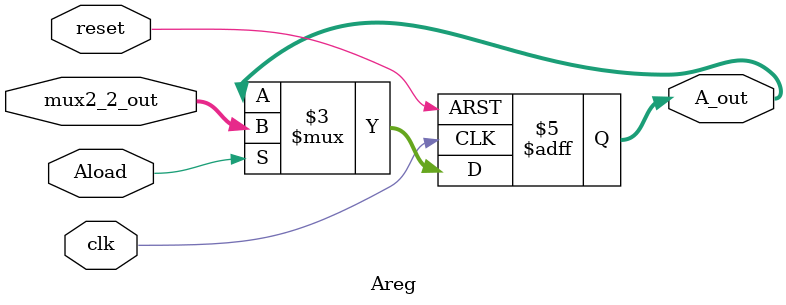
<source format=v>
`timescale 1ns / 1ps


module Areg(Aload,reset,clk,mux2_2_out,A_out);
        input   Aload;
        input   reset;
        input   clk;
        input   [7:0]mux2_2_out;
        output  reg [7:0]A_out;
        
        always @(negedge clk or posedge reset) begin
                if(reset) begin
                    A_out = 0;
                end
                else if(Aload)begin
                    A_out = mux2_2_out;
                end
        end

endmodule

</source>
